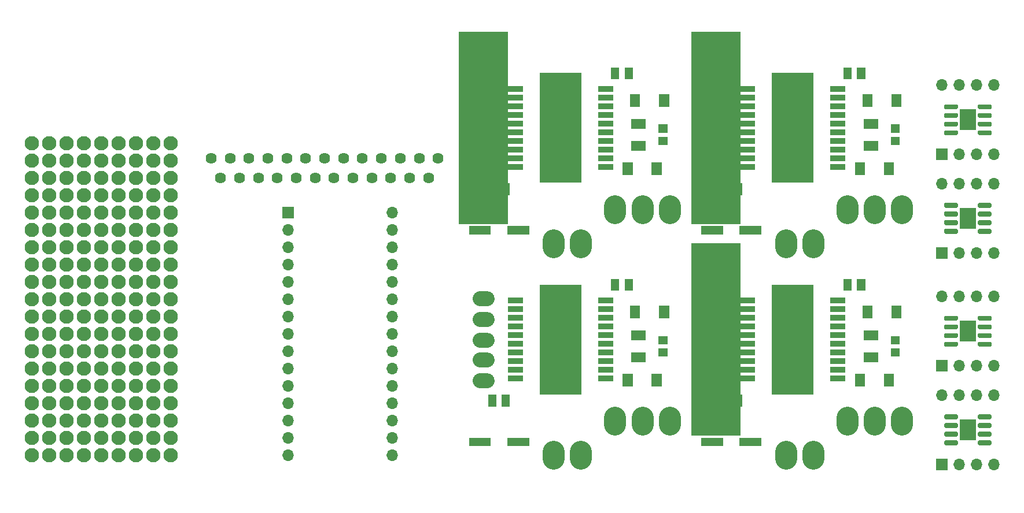
<source format=gts>
%MOIN*%
%OFA0B0*%
%FSLAX46Y46*%
%IPPOS*%
%LPD*%
%ADD26C,0.086740000000000012*%
%ADD27C,0.12611*%
%ADD29R,0.24422000000000002X0.63398401574803143*%
%ADD40C,0.086740000000000012*%
%ADD41C,0.12611*%
%ADD42R,0.24422000000000002X0.63398401574803143*%
%ADD43C,0.086740000000000012*%
%ADD44C,0.12611*%
%ADD45R,0.24422000000000002X0.63398401574803143*%
%ADD46C,0.086740000000000012*%
%ADD47C,0.12611*%
%ADD48R,0.24422000000000002X0.63398401574803143*%
%ADD49C,0.063937007874015753*%
%ADD50O,0.066929133858267723X0.066929133858267723*%
%ADD51R,0.066929133858267723X0.066929133858267723*%
%ADD52R,0.0940944881889764X0.12204724409448819*%
%ADD53O,0.066929133858267723X0.066929133858267723*%
%ADD54R,0.066929133858267723X0.066929133858267723*%
%ADD55R,0.0940944881889764X0.12204724409448819*%
%ADD56O,0.066929133858267723X0.066929133858267723*%
%ADD57R,0.066929133858267723X0.066929133858267723*%
%ADD58R,0.0940944881889764X0.12204724409448819*%
%ADD59O,0.066929133858267723X0.066929133858267723*%
%ADD60R,0.066929133858267723X0.066929133858267723*%
%ADD61R,0.0940944881889764X0.12204724409448819*%
%ADD62O,0.066929133858267723X0.066929133858267723*%
%ADD63R,0.066929133858267723X0.066929133858267723*%
%ADD64C,0.082677165354330714*%
G90*
G54D26*
G01X0002684881Y0001003228D02*
G01X0002724251Y0001003228D01*
G01X0002684881Y0000883228D02*
G01X0002724251Y0000883228D01*
G01X0002684881Y0000763228D02*
G01X0002724251Y0000763228D01*
G01X0002684881Y0000648228D02*
G01X0002724251Y0000648228D01*
G01X0002684881Y0000528228D02*
G01X0002724251Y0000528228D01*
G54D27*
G01X0003108110Y0000117086D02*
G01X0003108110Y0000077716D01*
G01X0003265551Y0000117086D02*
G01X0003265551Y0000077716D01*
G01X0003777362Y0000313937D02*
G01X0003777362Y0000274566D01*
G01X0003619881Y0000313937D02*
G01X0003619881Y0000274566D01*
G01X0003462401Y0000313937D02*
G01X0003462401Y0000274566D01*
G36*
G01X0002844251Y0000975196D02*
G01X0002844251Y0001008228D01*
G01X0002930944Y0001008228D01*
G01X0002930944Y0000975196D01*
G01X0002844251Y0000975196D01*
G37*
G36*
G01X0002844251Y0000925196D02*
G01X0002844251Y0000958228D01*
G01X0002930944Y0000958228D01*
G01X0002930944Y0000925196D01*
G01X0002844251Y0000925196D01*
G37*
G36*
G01X0002844251Y0000875196D02*
G01X0002844251Y0000908228D01*
G01X0002930944Y0000908228D01*
G01X0002930944Y0000875196D01*
G01X0002844251Y0000875196D01*
G37*
G36*
G01X0002844251Y0000825196D02*
G01X0002844251Y0000858228D01*
G01X0002930944Y0000858228D01*
G01X0002930944Y0000825196D01*
G01X0002844251Y0000825196D01*
G37*
G36*
G01X0002844251Y0000775196D02*
G01X0002844251Y0000808228D01*
G01X0002930944Y0000808228D01*
G01X0002930944Y0000775196D01*
G01X0002844251Y0000775196D01*
G37*
G36*
G01X0002844251Y0000725196D02*
G01X0002844251Y0000758228D01*
G01X0002930944Y0000758228D01*
G01X0002930944Y0000725196D01*
G01X0002844251Y0000725196D01*
G37*
G36*
G01X0002844251Y0000675196D02*
G01X0002844251Y0000708228D01*
G01X0002930944Y0000708228D01*
G01X0002930944Y0000675196D01*
G01X0002844251Y0000675196D01*
G37*
G36*
G01X0002844251Y0000625196D02*
G01X0002844251Y0000658228D01*
G01X0002930944Y0000658228D01*
G01X0002930944Y0000625196D01*
G01X0002844251Y0000625196D01*
G37*
G36*
G01X0002844251Y0000575196D02*
G01X0002844251Y0000608228D01*
G01X0002930944Y0000608228D01*
G01X0002930944Y0000575196D01*
G01X0002844251Y0000575196D01*
G37*
G36*
G01X0002844251Y0000525196D02*
G01X0002844251Y0000558228D01*
G01X0002930944Y0000558228D01*
G01X0002930944Y0000525196D01*
G01X0002844251Y0000525196D01*
G37*
G36*
G01X0003363976Y0000525196D02*
G01X0003363976Y0000558228D01*
G01X0003450669Y0000558228D01*
G01X0003450669Y0000525196D01*
G01X0003363976Y0000525196D01*
G37*
G36*
G01X0003363976Y0000575196D02*
G01X0003363976Y0000608228D01*
G01X0003450669Y0000608228D01*
G01X0003450669Y0000575196D01*
G01X0003363976Y0000575196D01*
G37*
G36*
G01X0003363976Y0000625196D02*
G01X0003363976Y0000658228D01*
G01X0003450669Y0000658228D01*
G01X0003450669Y0000625196D01*
G01X0003363976Y0000625196D01*
G37*
G36*
G01X0003363976Y0000675196D02*
G01X0003363976Y0000708228D01*
G01X0003450669Y0000708228D01*
G01X0003450669Y0000675196D01*
G01X0003363976Y0000675196D01*
G37*
G36*
G01X0003363976Y0000725196D02*
G01X0003363976Y0000758228D01*
G01X0003450669Y0000758228D01*
G01X0003450669Y0000725196D01*
G01X0003363976Y0000725196D01*
G37*
G36*
G01X0003363976Y0000775196D02*
G01X0003363976Y0000808228D01*
G01X0003450669Y0000808228D01*
G01X0003450669Y0000775196D01*
G01X0003363976Y0000775196D01*
G37*
G36*
G01X0003363976Y0000825196D02*
G01X0003363976Y0000858228D01*
G01X0003450669Y0000858228D01*
G01X0003450669Y0000825196D01*
G01X0003363976Y0000825196D01*
G37*
G36*
G01X0003363976Y0000875196D02*
G01X0003363976Y0000908228D01*
G01X0003450669Y0000908228D01*
G01X0003450669Y0000875196D01*
G01X0003363976Y0000875196D01*
G37*
G36*
G01X0003363976Y0000925196D02*
G01X0003363976Y0000958228D01*
G01X0003450669Y0000958228D01*
G01X0003450669Y0000925196D01*
G01X0003363976Y0000925196D01*
G37*
G36*
G01X0003363976Y0000975196D02*
G01X0003363976Y0001008228D01*
G01X0003450669Y0001008228D01*
G01X0003450669Y0000975196D01*
G01X0003363976Y0000975196D01*
G37*
G54D29*
G01X0003147480Y0000766692D03*
G36*
G01X0003712362Y0000739094D02*
G01X0003712362Y0000786417D01*
G01X0003763661Y0000786417D01*
G01X0003763661Y0000739094D01*
G01X0003712362Y0000739094D01*
G37*
G36*
G01X0003712362Y0000668228D02*
G01X0003712362Y0000715629D01*
G01X0003763661Y0000715629D01*
G01X0003763661Y0000668228D01*
G01X0003712362Y0000668228D01*
G37*
G36*
G01X0002619842Y0000152519D02*
G01X0002619842Y0000199803D01*
G01X0002745944Y0000199803D01*
G01X0002745944Y0000152519D01*
G01X0002619842Y0000152519D01*
G37*
G36*
G01X0002840354Y0000152519D02*
G01X0002840354Y0000199803D01*
G01X0002966456Y0000199803D01*
G01X0002966456Y0000152519D01*
G01X0002840354Y0000152519D01*
G37*
G36*
G01X0003505866Y0000494015D02*
G01X0003505866Y0000567007D01*
G01X0003563858Y0000567007D01*
G01X0003563858Y0000494015D01*
G01X0003505866Y0000494015D01*
G37*
G36*
G01X0003672874Y0000494015D02*
G01X0003672874Y0000567007D01*
G01X0003730866Y0000567007D01*
G01X0003730866Y0000494015D01*
G01X0003672874Y0000494015D01*
G37*
G36*
G01X0003715275Y0000887716D02*
G01X0003715275Y0000960708D01*
G01X0003773267Y0000960708D01*
G01X0003773267Y0000887716D01*
G01X0003715275Y0000887716D01*
G37*
G36*
G01X0003548267Y0000887716D02*
G01X0003548267Y0000960708D01*
G01X0003606259Y0000960708D01*
G01X0003606259Y0000887716D01*
G01X0003548267Y0000887716D01*
G37*
G36*
G01X0003556062Y0000762125D02*
G01X0003556062Y0000817322D01*
G01X0003638858Y0000817322D01*
G01X0003638858Y0000762125D01*
G01X0003556062Y0000762125D01*
G37*
G36*
G01X0003556062Y0000636102D02*
G01X0003556062Y0000691299D01*
G01X0003638858Y0000691299D01*
G01X0003638858Y0000636102D01*
G01X0003556062Y0000636102D01*
G37*
G36*
G01X0003438779Y0001047125D02*
G01X0003438779Y0001116220D01*
G01X0003486062Y0001116220D01*
G01X0003486062Y0001047125D01*
G01X0003438779Y0001047125D01*
G37*
G36*
G01X0003517480Y0001047125D02*
G01X0003517480Y0001116220D01*
G01X0003564842Y0001116220D01*
G01X0003564842Y0001047125D01*
G01X0003517480Y0001047125D01*
G37*
G36*
G01X0002730078Y0000377913D02*
G01X0002730078Y0000446929D01*
G01X0002777480Y0000446929D01*
G01X0002777480Y0000377913D01*
G01X0002730078Y0000377913D01*
G37*
G36*
G01X0002808858Y0000377913D02*
G01X0002808858Y0000446929D01*
G01X0002856141Y0000446929D01*
G01X0002856141Y0000377913D01*
G01X0002808858Y0000377913D01*
G37*
G04 next file*
G04 Layer: TopSolderMaskLayer*
G04 EasyEDA v6.3.53, 2020-06-26T16:53:54--4:00*
G04 395d111042f2402990e7a52cfaf045f1,10*
G04 Gerber Generator version 0.2*
G04 Scale: 100 percent, Rotated: No, Reflected: No *
G04 Dimensions in millimeters *
G04 leading zeros omitted , absolute positions ,3 integer and 3 decimal *
G90*
G04 skipping 71
D40*
G01X0002684881Y0002223661D02*
G01X0002724251Y0002223661D01*
G01X0002684881Y0002103661D02*
G01X0002724251Y0002103661D01*
G01X0002684881Y0001983661D02*
G01X0002724251Y0001983661D01*
G01X0002684881Y0001868661D02*
G01X0002724251Y0001868661D01*
G01X0002684881Y0001748661D02*
G01X0002724251Y0001748661D01*
D41*
G01X0003108110Y0001337519D02*
G01X0003108110Y0001298149D01*
G01X0003265551Y0001337519D02*
G01X0003265551Y0001298149D01*
G01X0003777362Y0001534370D02*
G01X0003777362Y0001495000D01*
G01X0003619881Y0001534370D02*
G01X0003619881Y0001495000D01*
G01X0003462401Y0001534370D02*
G01X0003462401Y0001495000D01*
G36*
G01X0002844251Y0002195629D02*
G01X0002844251Y0002228661D01*
G01X0002930944Y0002228661D01*
G01X0002930944Y0002195629D01*
G01X0002844251Y0002195629D01*
G37*
G36*
G01X0002844251Y0002145629D02*
G01X0002844251Y0002178661D01*
G01X0002930944Y0002178661D01*
G01X0002930944Y0002145629D01*
G01X0002844251Y0002145629D01*
G37*
G36*
G01X0002844251Y0002095629D02*
G01X0002844251Y0002128661D01*
G01X0002930944Y0002128661D01*
G01X0002930944Y0002095629D01*
G01X0002844251Y0002095629D01*
G37*
G36*
G01X0002844251Y0002045629D02*
G01X0002844251Y0002078661D01*
G01X0002930944Y0002078661D01*
G01X0002930944Y0002045629D01*
G01X0002844251Y0002045629D01*
G37*
G36*
G01X0002844251Y0001995629D02*
G01X0002844251Y0002028661D01*
G01X0002930944Y0002028661D01*
G01X0002930944Y0001995629D01*
G01X0002844251Y0001995629D01*
G37*
G36*
G01X0002844251Y0001945629D02*
G01X0002844251Y0001978661D01*
G01X0002930944Y0001978661D01*
G01X0002930944Y0001945629D01*
G01X0002844251Y0001945629D01*
G37*
G36*
G01X0002844251Y0001895629D02*
G01X0002844251Y0001928661D01*
G01X0002930944Y0001928661D01*
G01X0002930944Y0001895629D01*
G01X0002844251Y0001895629D01*
G37*
G36*
G01X0002844251Y0001845629D02*
G01X0002844251Y0001878661D01*
G01X0002930944Y0001878661D01*
G01X0002930944Y0001845629D01*
G01X0002844251Y0001845629D01*
G37*
G36*
G01X0002844251Y0001795629D02*
G01X0002844251Y0001828661D01*
G01X0002930944Y0001828661D01*
G01X0002930944Y0001795629D01*
G01X0002844251Y0001795629D01*
G37*
G36*
G01X0002844251Y0001745629D02*
G01X0002844251Y0001778661D01*
G01X0002930944Y0001778661D01*
G01X0002930944Y0001745629D01*
G01X0002844251Y0001745629D01*
G37*
G36*
G01X0003363976Y0001745629D02*
G01X0003363976Y0001778661D01*
G01X0003450669Y0001778661D01*
G01X0003450669Y0001745629D01*
G01X0003363976Y0001745629D01*
G37*
G36*
G01X0003363976Y0001795629D02*
G01X0003363976Y0001828661D01*
G01X0003450669Y0001828661D01*
G01X0003450669Y0001795629D01*
G01X0003363976Y0001795629D01*
G37*
G36*
G01X0003363976Y0001845629D02*
G01X0003363976Y0001878661D01*
G01X0003450669Y0001878661D01*
G01X0003450669Y0001845629D01*
G01X0003363976Y0001845629D01*
G37*
G36*
G01X0003363976Y0001895629D02*
G01X0003363976Y0001928661D01*
G01X0003450669Y0001928661D01*
G01X0003450669Y0001895629D01*
G01X0003363976Y0001895629D01*
G37*
G36*
G01X0003363976Y0001945629D02*
G01X0003363976Y0001978661D01*
G01X0003450669Y0001978661D01*
G01X0003450669Y0001945629D01*
G01X0003363976Y0001945629D01*
G37*
G36*
G01X0003363976Y0001995629D02*
G01X0003363976Y0002028661D01*
G01X0003450669Y0002028661D01*
G01X0003450669Y0001995629D01*
G01X0003363976Y0001995629D01*
G37*
G36*
G01X0003363976Y0002045629D02*
G01X0003363976Y0002078661D01*
G01X0003450669Y0002078661D01*
G01X0003450669Y0002045629D01*
G01X0003363976Y0002045629D01*
G37*
G36*
G01X0003363976Y0002095629D02*
G01X0003363976Y0002128661D01*
G01X0003450669Y0002128661D01*
G01X0003450669Y0002095629D01*
G01X0003363976Y0002095629D01*
G37*
G36*
G01X0003363976Y0002145629D02*
G01X0003363976Y0002178661D01*
G01X0003450669Y0002178661D01*
G01X0003450669Y0002145629D01*
G01X0003363976Y0002145629D01*
G37*
G36*
G01X0003363976Y0002195629D02*
G01X0003363976Y0002228661D01*
G01X0003450669Y0002228661D01*
G01X0003450669Y0002195629D01*
G01X0003363976Y0002195629D01*
G37*
D42*
G01X0003147480Y0001987125D03*
G36*
G01X0003712362Y0001959527D02*
G01X0003712362Y0002006850D01*
G01X0003763661Y0002006850D01*
G01X0003763661Y0001959527D01*
G01X0003712362Y0001959527D01*
G37*
G36*
G01X0003712362Y0001888661D02*
G01X0003712362Y0001936062D01*
G01X0003763661Y0001936062D01*
G01X0003763661Y0001888661D01*
G01X0003712362Y0001888661D01*
G37*
G36*
G01X0002619842Y0001372952D02*
G01X0002619842Y0001420236D01*
G01X0002745944Y0001420236D01*
G01X0002745944Y0001372952D01*
G01X0002619842Y0001372952D01*
G37*
G36*
G01X0002840354Y0001372952D02*
G01X0002840354Y0001420236D01*
G01X0002966456Y0001420236D01*
G01X0002966456Y0001372952D01*
G01X0002840354Y0001372952D01*
G37*
G36*
G01X0003505866Y0001714448D02*
G01X0003505866Y0001787440D01*
G01X0003563858Y0001787440D01*
G01X0003563858Y0001714448D01*
G01X0003505866Y0001714448D01*
G37*
G36*
G01X0003672874Y0001714448D02*
G01X0003672874Y0001787440D01*
G01X0003730866Y0001787440D01*
G01X0003730866Y0001714448D01*
G01X0003672874Y0001714448D01*
G37*
G36*
G01X0003715275Y0002108149D02*
G01X0003715275Y0002181141D01*
G01X0003773267Y0002181141D01*
G01X0003773267Y0002108149D01*
G01X0003715275Y0002108149D01*
G37*
G36*
G01X0003548267Y0002108149D02*
G01X0003548267Y0002181141D01*
G01X0003606259Y0002181141D01*
G01X0003606259Y0002108149D01*
G01X0003548267Y0002108149D01*
G37*
G36*
G01X0003556062Y0001982559D02*
G01X0003556062Y0002037755D01*
G01X0003638858Y0002037755D01*
G01X0003638858Y0001982559D01*
G01X0003556062Y0001982559D01*
G37*
G36*
G01X0003556062Y0001856535D02*
G01X0003556062Y0001911732D01*
G01X0003638858Y0001911732D01*
G01X0003638858Y0001856535D01*
G01X0003556062Y0001856535D01*
G37*
G36*
G01X0003438779Y0002267559D02*
G01X0003438779Y0002336653D01*
G01X0003486062Y0002336653D01*
G01X0003486062Y0002267559D01*
G01X0003438779Y0002267559D01*
G37*
G36*
G01X0003517480Y0002267559D02*
G01X0003517480Y0002336653D01*
G01X0003564842Y0002336653D01*
G01X0003564842Y0002267559D01*
G01X0003517480Y0002267559D01*
G37*
G36*
G01X0002730078Y0001598346D02*
G01X0002730078Y0001667362D01*
G01X0002777480Y0001667362D01*
G01X0002777480Y0001598346D01*
G01X0002730078Y0001598346D01*
G37*
G36*
G01X0002808858Y0001598346D02*
G01X0002808858Y0001667362D01*
G01X0002856141Y0001667362D01*
G01X0002856141Y0001598346D01*
G01X0002808858Y0001598346D01*
G37*
G04 next file*
G04 Layer: TopSolderMaskLayer*
G04 EasyEDA v6.3.53, 2020-06-26T16:53:54--4:00*
G04 395d111042f2402990e7a52cfaf045f1,10*
G04 Gerber Generator version 0.2*
G04 Scale: 100 percent, Rotated: No, Reflected: No *
G04 Dimensions in millimeters *
G04 leading zeros omitted , absolute positions ,3 integer and 3 decimal *
G90*
G04 skipping 71
D43*
G01X0004023464Y0001003228D02*
G01X0004062834Y0001003228D01*
G01X0004023464Y0000883228D02*
G01X0004062834Y0000883228D01*
G01X0004023464Y0000763228D02*
G01X0004062834Y0000763228D01*
G01X0004023464Y0000648228D02*
G01X0004062834Y0000648228D01*
G01X0004023464Y0000528228D02*
G01X0004062834Y0000528228D01*
D44*
G01X0004446692Y0000117086D02*
G01X0004446692Y0000077716D01*
G01X0004604133Y0000117086D02*
G01X0004604133Y0000077716D01*
G01X0005115944Y0000313937D02*
G01X0005115944Y0000274566D01*
G01X0004958464Y0000313937D02*
G01X0004958464Y0000274566D01*
G01X0004800984Y0000313937D02*
G01X0004800984Y0000274566D01*
G36*
G01X0004182834Y0000975196D02*
G01X0004182834Y0001008228D01*
G01X0004269527Y0001008228D01*
G01X0004269527Y0000975196D01*
G01X0004182834Y0000975196D01*
G37*
G36*
G01X0004182834Y0000925196D02*
G01X0004182834Y0000958228D01*
G01X0004269527Y0000958228D01*
G01X0004269527Y0000925196D01*
G01X0004182834Y0000925196D01*
G37*
G36*
G01X0004182834Y0000875196D02*
G01X0004182834Y0000908228D01*
G01X0004269527Y0000908228D01*
G01X0004269527Y0000875196D01*
G01X0004182834Y0000875196D01*
G37*
G36*
G01X0004182834Y0000825196D02*
G01X0004182834Y0000858228D01*
G01X0004269527Y0000858228D01*
G01X0004269527Y0000825196D01*
G01X0004182834Y0000825196D01*
G37*
G36*
G01X0004182834Y0000775196D02*
G01X0004182834Y0000808228D01*
G01X0004269527Y0000808228D01*
G01X0004269527Y0000775196D01*
G01X0004182834Y0000775196D01*
G37*
G36*
G01X0004182834Y0000725196D02*
G01X0004182834Y0000758228D01*
G01X0004269527Y0000758228D01*
G01X0004269527Y0000725196D01*
G01X0004182834Y0000725196D01*
G37*
G36*
G01X0004182834Y0000675196D02*
G01X0004182834Y0000708228D01*
G01X0004269527Y0000708228D01*
G01X0004269527Y0000675196D01*
G01X0004182834Y0000675196D01*
G37*
G36*
G01X0004182834Y0000625196D02*
G01X0004182834Y0000658228D01*
G01X0004269527Y0000658228D01*
G01X0004269527Y0000625196D01*
G01X0004182834Y0000625196D01*
G37*
G36*
G01X0004182834Y0000575196D02*
G01X0004182834Y0000608228D01*
G01X0004269527Y0000608228D01*
G01X0004269527Y0000575196D01*
G01X0004182834Y0000575196D01*
G37*
G36*
G01X0004182834Y0000525196D02*
G01X0004182834Y0000558228D01*
G01X0004269527Y0000558228D01*
G01X0004269527Y0000525196D01*
G01X0004182834Y0000525196D01*
G37*
G36*
G01X0004702559Y0000525196D02*
G01X0004702559Y0000558228D01*
G01X0004789251Y0000558228D01*
G01X0004789251Y0000525196D01*
G01X0004702559Y0000525196D01*
G37*
G36*
G01X0004702559Y0000575196D02*
G01X0004702559Y0000608228D01*
G01X0004789251Y0000608228D01*
G01X0004789251Y0000575196D01*
G01X0004702559Y0000575196D01*
G37*
G36*
G01X0004702559Y0000625196D02*
G01X0004702559Y0000658228D01*
G01X0004789251Y0000658228D01*
G01X0004789251Y0000625196D01*
G01X0004702559Y0000625196D01*
G37*
G36*
G01X0004702559Y0000675196D02*
G01X0004702559Y0000708228D01*
G01X0004789251Y0000708228D01*
G01X0004789251Y0000675196D01*
G01X0004702559Y0000675196D01*
G37*
G36*
G01X0004702559Y0000725196D02*
G01X0004702559Y0000758228D01*
G01X0004789251Y0000758228D01*
G01X0004789251Y0000725196D01*
G01X0004702559Y0000725196D01*
G37*
G36*
G01X0004702559Y0000775196D02*
G01X0004702559Y0000808228D01*
G01X0004789251Y0000808228D01*
G01X0004789251Y0000775196D01*
G01X0004702559Y0000775196D01*
G37*
G36*
G01X0004702559Y0000825196D02*
G01X0004702559Y0000858228D01*
G01X0004789251Y0000858228D01*
G01X0004789251Y0000825196D01*
G01X0004702559Y0000825196D01*
G37*
G36*
G01X0004702559Y0000875196D02*
G01X0004702559Y0000908228D01*
G01X0004789251Y0000908228D01*
G01X0004789251Y0000875196D01*
G01X0004702559Y0000875196D01*
G37*
G36*
G01X0004702559Y0000925196D02*
G01X0004702559Y0000958228D01*
G01X0004789251Y0000958228D01*
G01X0004789251Y0000925196D01*
G01X0004702559Y0000925196D01*
G37*
G36*
G01X0004702559Y0000975196D02*
G01X0004702559Y0001008228D01*
G01X0004789251Y0001008228D01*
G01X0004789251Y0000975196D01*
G01X0004702559Y0000975196D01*
G37*
D45*
G01X0004486062Y0000766692D03*
G36*
G01X0005050944Y0000739094D02*
G01X0005050944Y0000786417D01*
G01X0005102244Y0000786417D01*
G01X0005102244Y0000739094D01*
G01X0005050944Y0000739094D01*
G37*
G36*
G01X0005050944Y0000668228D02*
G01X0005050944Y0000715629D01*
G01X0005102244Y0000715629D01*
G01X0005102244Y0000668228D01*
G01X0005050944Y0000668228D01*
G37*
G36*
G01X0003958425Y0000152519D02*
G01X0003958425Y0000199803D01*
G01X0004084527Y0000199803D01*
G01X0004084527Y0000152519D01*
G01X0003958425Y0000152519D01*
G37*
G36*
G01X0004178937Y0000152519D02*
G01X0004178937Y0000199803D01*
G01X0004305039Y0000199803D01*
G01X0004305039Y0000152519D01*
G01X0004178937Y0000152519D01*
G37*
G36*
G01X0004844448Y0000494015D02*
G01X0004844448Y0000567007D01*
G01X0004902440Y0000567007D01*
G01X0004902440Y0000494015D01*
G01X0004844448Y0000494015D01*
G37*
G36*
G01X0005011456Y0000494015D02*
G01X0005011456Y0000567007D01*
G01X0005069448Y0000567007D01*
G01X0005069448Y0000494015D01*
G01X0005011456Y0000494015D01*
G37*
G36*
G01X0005053858Y0000887716D02*
G01X0005053858Y0000960708D01*
G01X0005111850Y0000960708D01*
G01X0005111850Y0000887716D01*
G01X0005053858Y0000887716D01*
G37*
G36*
G01X0004886850Y0000887716D02*
G01X0004886850Y0000960708D01*
G01X0004944842Y0000960708D01*
G01X0004944842Y0000887716D01*
G01X0004886850Y0000887716D01*
G37*
G36*
G01X0004894645Y0000762125D02*
G01X0004894645Y0000817322D01*
G01X0004977440Y0000817322D01*
G01X0004977440Y0000762125D01*
G01X0004894645Y0000762125D01*
G37*
G36*
G01X0004894645Y0000636102D02*
G01X0004894645Y0000691299D01*
G01X0004977440Y0000691299D01*
G01X0004977440Y0000636102D01*
G01X0004894645Y0000636102D01*
G37*
G36*
G01X0004777362Y0001047125D02*
G01X0004777362Y0001116220D01*
G01X0004824645Y0001116220D01*
G01X0004824645Y0001047125D01*
G01X0004777362Y0001047125D01*
G37*
G36*
G01X0004856062Y0001047125D02*
G01X0004856062Y0001116220D01*
G01X0004903425Y0001116220D01*
G01X0004903425Y0001047125D01*
G01X0004856062Y0001047125D01*
G37*
G36*
G01X0004068661Y0000377913D02*
G01X0004068661Y0000446929D01*
G01X0004116062Y0000446929D01*
G01X0004116062Y0000377913D01*
G01X0004068661Y0000377913D01*
G37*
G36*
G01X0004147440Y0000377913D02*
G01X0004147440Y0000446929D01*
G01X0004194724Y0000446929D01*
G01X0004194724Y0000377913D01*
G01X0004147440Y0000377913D01*
G37*
G04 next file*
G04 Layer: TopSolderMaskLayer*
G04 EasyEDA v6.3.53, 2020-06-26T16:53:54--4:00*
G04 395d111042f2402990e7a52cfaf045f1,10*
G04 Gerber Generator version 0.2*
G04 Scale: 100 percent, Rotated: No, Reflected: No *
G04 Dimensions in millimeters *
G04 leading zeros omitted , absolute positions ,3 integer and 3 decimal *
G90*
G04 skipping 71
D46*
G01X0004023464Y0002223661D02*
G01X0004062834Y0002223661D01*
G01X0004023464Y0002103661D02*
G01X0004062834Y0002103661D01*
G01X0004023464Y0001983661D02*
G01X0004062834Y0001983661D01*
G01X0004023464Y0001868661D02*
G01X0004062834Y0001868661D01*
G01X0004023464Y0001748661D02*
G01X0004062834Y0001748661D01*
D47*
G01X0004446692Y0001337519D02*
G01X0004446692Y0001298149D01*
G01X0004604133Y0001337519D02*
G01X0004604133Y0001298149D01*
G01X0005115944Y0001534370D02*
G01X0005115944Y0001495000D01*
G01X0004958464Y0001534370D02*
G01X0004958464Y0001495000D01*
G01X0004800984Y0001534370D02*
G01X0004800984Y0001495000D01*
G36*
G01X0004182834Y0002195629D02*
G01X0004182834Y0002228661D01*
G01X0004269527Y0002228661D01*
G01X0004269527Y0002195629D01*
G01X0004182834Y0002195629D01*
G37*
G36*
G01X0004182834Y0002145629D02*
G01X0004182834Y0002178661D01*
G01X0004269527Y0002178661D01*
G01X0004269527Y0002145629D01*
G01X0004182834Y0002145629D01*
G37*
G36*
G01X0004182834Y0002095629D02*
G01X0004182834Y0002128661D01*
G01X0004269527Y0002128661D01*
G01X0004269527Y0002095629D01*
G01X0004182834Y0002095629D01*
G37*
G36*
G01X0004182834Y0002045629D02*
G01X0004182834Y0002078661D01*
G01X0004269527Y0002078661D01*
G01X0004269527Y0002045629D01*
G01X0004182834Y0002045629D01*
G37*
G36*
G01X0004182834Y0001995629D02*
G01X0004182834Y0002028661D01*
G01X0004269527Y0002028661D01*
G01X0004269527Y0001995629D01*
G01X0004182834Y0001995629D01*
G37*
G36*
G01X0004182834Y0001945629D02*
G01X0004182834Y0001978661D01*
G01X0004269527Y0001978661D01*
G01X0004269527Y0001945629D01*
G01X0004182834Y0001945629D01*
G37*
G36*
G01X0004182834Y0001895629D02*
G01X0004182834Y0001928661D01*
G01X0004269527Y0001928661D01*
G01X0004269527Y0001895629D01*
G01X0004182834Y0001895629D01*
G37*
G36*
G01X0004182834Y0001845629D02*
G01X0004182834Y0001878661D01*
G01X0004269527Y0001878661D01*
G01X0004269527Y0001845629D01*
G01X0004182834Y0001845629D01*
G37*
G36*
G01X0004182834Y0001795629D02*
G01X0004182834Y0001828661D01*
G01X0004269527Y0001828661D01*
G01X0004269527Y0001795629D01*
G01X0004182834Y0001795629D01*
G37*
G36*
G01X0004182834Y0001745629D02*
G01X0004182834Y0001778661D01*
G01X0004269527Y0001778661D01*
G01X0004269527Y0001745629D01*
G01X0004182834Y0001745629D01*
G37*
G36*
G01X0004702559Y0001745629D02*
G01X0004702559Y0001778661D01*
G01X0004789251Y0001778661D01*
G01X0004789251Y0001745629D01*
G01X0004702559Y0001745629D01*
G37*
G36*
G01X0004702559Y0001795629D02*
G01X0004702559Y0001828661D01*
G01X0004789251Y0001828661D01*
G01X0004789251Y0001795629D01*
G01X0004702559Y0001795629D01*
G37*
G36*
G01X0004702559Y0001845629D02*
G01X0004702559Y0001878661D01*
G01X0004789251Y0001878661D01*
G01X0004789251Y0001845629D01*
G01X0004702559Y0001845629D01*
G37*
G36*
G01X0004702559Y0001895629D02*
G01X0004702559Y0001928661D01*
G01X0004789251Y0001928661D01*
G01X0004789251Y0001895629D01*
G01X0004702559Y0001895629D01*
G37*
G36*
G01X0004702559Y0001945629D02*
G01X0004702559Y0001978661D01*
G01X0004789251Y0001978661D01*
G01X0004789251Y0001945629D01*
G01X0004702559Y0001945629D01*
G37*
G36*
G01X0004702559Y0001995629D02*
G01X0004702559Y0002028661D01*
G01X0004789251Y0002028661D01*
G01X0004789251Y0001995629D01*
G01X0004702559Y0001995629D01*
G37*
G36*
G01X0004702559Y0002045629D02*
G01X0004702559Y0002078661D01*
G01X0004789251Y0002078661D01*
G01X0004789251Y0002045629D01*
G01X0004702559Y0002045629D01*
G37*
G36*
G01X0004702559Y0002095629D02*
G01X0004702559Y0002128661D01*
G01X0004789251Y0002128661D01*
G01X0004789251Y0002095629D01*
G01X0004702559Y0002095629D01*
G37*
G36*
G01X0004702559Y0002145629D02*
G01X0004702559Y0002178661D01*
G01X0004789251Y0002178661D01*
G01X0004789251Y0002145629D01*
G01X0004702559Y0002145629D01*
G37*
G36*
G01X0004702559Y0002195629D02*
G01X0004702559Y0002228661D01*
G01X0004789251Y0002228661D01*
G01X0004789251Y0002195629D01*
G01X0004702559Y0002195629D01*
G37*
D48*
G01X0004486062Y0001987125D03*
G36*
G01X0005050944Y0001959527D02*
G01X0005050944Y0002006850D01*
G01X0005102244Y0002006850D01*
G01X0005102244Y0001959527D01*
G01X0005050944Y0001959527D01*
G37*
G36*
G01X0005050944Y0001888661D02*
G01X0005050944Y0001936062D01*
G01X0005102244Y0001936062D01*
G01X0005102244Y0001888661D01*
G01X0005050944Y0001888661D01*
G37*
G36*
G01X0003958425Y0001372952D02*
G01X0003958425Y0001420236D01*
G01X0004084527Y0001420236D01*
G01X0004084527Y0001372952D01*
G01X0003958425Y0001372952D01*
G37*
G36*
G01X0004178937Y0001372952D02*
G01X0004178937Y0001420236D01*
G01X0004305039Y0001420236D01*
G01X0004305039Y0001372952D01*
G01X0004178937Y0001372952D01*
G37*
G36*
G01X0004844448Y0001714448D02*
G01X0004844448Y0001787440D01*
G01X0004902440Y0001787440D01*
G01X0004902440Y0001714448D01*
G01X0004844448Y0001714448D01*
G37*
G36*
G01X0005011456Y0001714448D02*
G01X0005011456Y0001787440D01*
G01X0005069448Y0001787440D01*
G01X0005069448Y0001714448D01*
G01X0005011456Y0001714448D01*
G37*
G36*
G01X0005053858Y0002108149D02*
G01X0005053858Y0002181141D01*
G01X0005111850Y0002181141D01*
G01X0005111850Y0002108149D01*
G01X0005053858Y0002108149D01*
G37*
G36*
G01X0004886850Y0002108149D02*
G01X0004886850Y0002181141D01*
G01X0004944842Y0002181141D01*
G01X0004944842Y0002108149D01*
G01X0004886850Y0002108149D01*
G37*
G36*
G01X0004894645Y0001982559D02*
G01X0004894645Y0002037755D01*
G01X0004977440Y0002037755D01*
G01X0004977440Y0001982559D01*
G01X0004894645Y0001982559D01*
G37*
G36*
G01X0004894645Y0001856535D02*
G01X0004894645Y0001911732D01*
G01X0004977440Y0001911732D01*
G01X0004977440Y0001856535D01*
G01X0004894645Y0001856535D01*
G37*
G36*
G01X0004777362Y0002267559D02*
G01X0004777362Y0002336653D01*
G01X0004824645Y0002336653D01*
G01X0004824645Y0002267559D01*
G01X0004777362Y0002267559D01*
G37*
G36*
G01X0004856062Y0002267559D02*
G01X0004856062Y0002336653D01*
G01X0004903425Y0002336653D01*
G01X0004903425Y0002267559D01*
G01X0004856062Y0002267559D01*
G37*
G36*
G01X0004068661Y0001598346D02*
G01X0004068661Y0001667362D01*
G01X0004116062Y0001667362D01*
G01X0004116062Y0001598346D01*
G01X0004068661Y0001598346D01*
G37*
G36*
G01X0004147440Y0001598346D02*
G01X0004147440Y0001667362D01*
G01X0004194724Y0001667362D01*
G01X0004194724Y0001598346D01*
G01X0004147440Y0001598346D01*
G37*
G04 next file*
G04 Gerber Fmt 4.6, Leading zero omitted, Abs format (unit mm)*
G04 Created by KiCad (PCBNEW (5.1.6)-1) date 2020-09-18 20:45:58*
G01*
G04 APERTURE LIST*
G04 APERTURE END LIST*
D49*
X-0003771259Y0004750000D02*
X0001134240Y0001812000D03*
X0001243240Y0001812000D03*
X0001352240Y0001812000D03*
X0001461240Y0001812000D03*
X0001570240Y0001812000D03*
X0001679240Y0001812000D03*
X0001788240Y0001812000D03*
X0001897240Y0001812000D03*
X0002006240Y0001812000D03*
X0002115240Y0001812000D03*
X0002224240Y0001812000D03*
X0002333240Y0001812000D03*
X0002442240Y0001812000D03*
X0001188740Y0001700000D03*
X0001297740Y0001700000D03*
X0001406740Y0001700000D03*
X0001515740Y0001700000D03*
X0001624740Y0001700000D03*
X0001733740Y0001700000D03*
X0001842740Y0001700000D03*
X0001951740Y0001700000D03*
X0002060740Y0001700000D03*
X0002169740Y0001700000D03*
X0002278740Y0001700000D03*
X0002387740Y0001700000D03*
D50*
X0002178740Y0000100000D03*
X0001578740Y0000100000D03*
X0002178740Y0001500000D03*
X0001578740Y0000200000D03*
X0002178740Y0001400000D03*
X0001578740Y0000300000D03*
X0002178740Y0001300000D03*
X0001578740Y0000400000D03*
X0002178740Y0001200000D03*
X0001578740Y0000500000D03*
X0002178740Y0001100000D03*
X0001578740Y0000600000D03*
X0002178740Y0001000000D03*
X0001578740Y0000700000D03*
X0002178740Y0000900000D03*
X0001578740Y0000800000D03*
X0002178740Y0000800000D03*
X0001578740Y0000900000D03*
X0002178740Y0000700000D03*
X0001578740Y0001000000D03*
X0002178740Y0000600000D03*
X0001578740Y0001100000D03*
X0002178740Y0000500000D03*
X0001578740Y0001200000D03*
X0002178740Y0000400000D03*
X0001578740Y0001300000D03*
X0002178740Y0000300000D03*
X0001578740Y0001400000D03*
X0002178740Y0000200000D03*
D51*
X0001578740Y0001500000D03*
G04 next file*
G04 Gerber Fmt 4.6, Leading zero omitted, Abs format (unit mm)*
G04 Created by KiCad (PCBNEW (5.1.6)-1) date 2020-09-18 13:03:01*
G01*
G04 APERTURE LIST*
G04 APERTURE END LIST*
D52*
X0002969645Y0001995000D02*
X0005494645Y0000245000D03*
G36*
G01*
X0005551732Y0000313110D02*
X0005551732Y0000326889D01*
G75*
G02*
X0005558622Y0000333779I0000006889D01*
G01*
X0005625551Y0000333779D01*
G75*
G02*
X0005632440Y0000326889J-0000006889D01*
G01*
X0005632440Y0000313110D01*
G75*
G02*
X0005625551Y0000306220I-0000006889D01*
G01*
X0005558622Y0000306220D01*
G75*
G02*
X0005551732Y0000313110J0000006889D01*
G01*
G37*
G36*
G01*
X0005551732Y0000263110D02*
X0005551732Y0000276889D01*
G75*
G02*
X0005558622Y0000283779I0000006889D01*
G01*
X0005625551Y0000283779D01*
G75*
G02*
X0005632440Y0000276889J-0000006889D01*
G01*
X0005632440Y0000263110D01*
G75*
G02*
X0005625551Y0000256220I-0000006889D01*
G01*
X0005558622Y0000256220D01*
G75*
G02*
X0005551732Y0000263110J0000006889D01*
G01*
G37*
G36*
G01*
X0005551732Y0000213110D02*
X0005551732Y0000226889D01*
G75*
G02*
X0005558622Y0000233779I0000006889D01*
G01*
X0005625551Y0000233779D01*
G75*
G02*
X0005632440Y0000226889J-0000006889D01*
G01*
X0005632440Y0000213110D01*
G75*
G02*
X0005625551Y0000206220I-0000006889D01*
G01*
X0005558622Y0000206220D01*
G75*
G02*
X0005551732Y0000213110J0000006889D01*
G01*
G37*
G36*
G01*
X0005551732Y0000163110D02*
X0005551732Y0000176889D01*
G75*
G02*
X0005558622Y0000183779I0000006889D01*
G01*
X0005625551Y0000183779D01*
G75*
G02*
X0005632440Y0000176889J-0000006889D01*
G01*
X0005632440Y0000163110D01*
G75*
G02*
X0005625551Y0000156220I-0000006889D01*
G01*
X0005558622Y0000156220D01*
G75*
G02*
X0005551732Y0000163110J0000006889D01*
G01*
G37*
G36*
G01*
X0005356850Y0000163110D02*
X0005356850Y0000176889D01*
G75*
G02*
X0005363740Y0000183779I0000006889D01*
G01*
X0005430669Y0000183779D01*
G75*
G02*
X0005437559Y0000176889J-0000006889D01*
G01*
X0005437559Y0000163110D01*
G75*
G02*
X0005430669Y0000156220I-0000006889D01*
G01*
X0005363740Y0000156220D01*
G75*
G02*
X0005356850Y0000163110J0000006889D01*
G01*
G37*
G36*
G01*
X0005356850Y0000213110D02*
X0005356850Y0000226889D01*
G75*
G02*
X0005363740Y0000233779I0000006889D01*
G01*
X0005430669Y0000233779D01*
G75*
G02*
X0005437559Y0000226889J-0000006889D01*
G01*
X0005437559Y0000213110D01*
G75*
G02*
X0005430669Y0000206220I-0000006889D01*
G01*
X0005363740Y0000206220D01*
G75*
G02*
X0005356850Y0000213110J0000006889D01*
G01*
G37*
G36*
G01*
X0005356850Y0000263110D02*
X0005356850Y0000276889D01*
G75*
G02*
X0005363740Y0000283779I0000006889D01*
G01*
X0005430669Y0000283779D01*
G75*
G02*
X0005437559Y0000276889J-0000006889D01*
G01*
X0005437559Y0000263110D01*
G75*
G02*
X0005430669Y0000256220I-0000006889D01*
G01*
X0005363740Y0000256220D01*
G75*
G02*
X0005356850Y0000263110J0000006889D01*
G01*
G37*
G36*
G01*
X0005356850Y0000313110D02*
X0005356850Y0000326889D01*
G75*
G02*
X0005363740Y0000333779I0000006889D01*
G01*
X0005430669Y0000333779D01*
G75*
G02*
X0005437559Y0000326889J-0000006889D01*
G01*
X0005437559Y0000313110D01*
G75*
G02*
X0005430669Y0000306220I-0000006889D01*
G01*
X0005363740Y0000306220D01*
G75*
G02*
X0005356850Y0000313110J0000006889D01*
G01*
G37*
D53*
X0005344645Y0000445000D03*
X0005644645Y0000045000D03*
X0005444645Y0000445000D03*
X0005544645Y0000045000D03*
X0005544645Y0000445000D03*
X0005444645Y0000045000D03*
X0005644645Y0000445000D03*
D54*
X0005344645Y0000045000D03*
G04 next file*
G04 Gerber Fmt 4.6, Leading zero omitted, Abs format (unit mm)*
G04 Created by KiCad (PCBNEW (5.1.6)-1) date 2020-09-18 13:03:01*
G01*
G04 APERTURE LIST*
G04 APERTURE END LIST*
D55*
X0002969645Y0002563740D02*
X0005494645Y0000813740D03*
G36*
G01*
X0005551732Y0000881850D02*
X0005551732Y0000895630D01*
G75*
G02*
X0005558622Y0000902519I0000006889D01*
G01*
X0005625551Y0000902519D01*
G75*
G02*
X0005632440Y0000895630J-0000006889D01*
G01*
X0005632440Y0000881850D01*
G75*
G02*
X0005625551Y0000874960I-0000006889D01*
G01*
X0005558622Y0000874960D01*
G75*
G02*
X0005551732Y0000881850J0000006889D01*
G01*
G37*
G36*
G01*
X0005551732Y0000831850D02*
X0005551732Y0000845630D01*
G75*
G02*
X0005558622Y0000852519I0000006889D01*
G01*
X0005625551Y0000852519D01*
G75*
G02*
X0005632440Y0000845630J-0000006889D01*
G01*
X0005632440Y0000831850D01*
G75*
G02*
X0005625551Y0000824960I-0000006889D01*
G01*
X0005558622Y0000824960D01*
G75*
G02*
X0005551732Y0000831850J0000006889D01*
G01*
G37*
G36*
G01*
X0005551732Y0000781850D02*
X0005551732Y0000795630D01*
G75*
G02*
X0005558622Y0000802519I0000006889D01*
G01*
X0005625551Y0000802519D01*
G75*
G02*
X0005632440Y0000795630J-0000006889D01*
G01*
X0005632440Y0000781850D01*
G75*
G02*
X0005625551Y0000774960I-0000006889D01*
G01*
X0005558622Y0000774960D01*
G75*
G02*
X0005551732Y0000781850J0000006889D01*
G01*
G37*
G36*
G01*
X0005551732Y0000731850D02*
X0005551732Y0000745630D01*
G75*
G02*
X0005558622Y0000752519I0000006889D01*
G01*
X0005625551Y0000752519D01*
G75*
G02*
X0005632440Y0000745630J-0000006889D01*
G01*
X0005632440Y0000731850D01*
G75*
G02*
X0005625551Y0000724960I-0000006889D01*
G01*
X0005558622Y0000724960D01*
G75*
G02*
X0005551732Y0000731850J0000006889D01*
G01*
G37*
G36*
G01*
X0005356850Y0000731850D02*
X0005356850Y0000745630D01*
G75*
G02*
X0005363740Y0000752519I0000006889D01*
G01*
X0005430669Y0000752519D01*
G75*
G02*
X0005437559Y0000745630J-0000006889D01*
G01*
X0005437559Y0000731850D01*
G75*
G02*
X0005430669Y0000724960I-0000006889D01*
G01*
X0005363740Y0000724960D01*
G75*
G02*
X0005356850Y0000731850J0000006889D01*
G01*
G37*
G36*
G01*
X0005356850Y0000781850D02*
X0005356850Y0000795630D01*
G75*
G02*
X0005363740Y0000802519I0000006889D01*
G01*
X0005430669Y0000802519D01*
G75*
G02*
X0005437559Y0000795630J-0000006889D01*
G01*
X0005437559Y0000781850D01*
G75*
G02*
X0005430669Y0000774960I-0000006889D01*
G01*
X0005363740Y0000774960D01*
G75*
G02*
X0005356850Y0000781850J0000006889D01*
G01*
G37*
G36*
G01*
X0005356850Y0000831850D02*
X0005356850Y0000845630D01*
G75*
G02*
X0005363740Y0000852519I0000006889D01*
G01*
X0005430669Y0000852519D01*
G75*
G02*
X0005437559Y0000845630J-0000006889D01*
G01*
X0005437559Y0000831850D01*
G75*
G02*
X0005430669Y0000824960I-0000006889D01*
G01*
X0005363740Y0000824960D01*
G75*
G02*
X0005356850Y0000831850J0000006889D01*
G01*
G37*
G36*
G01*
X0005356850Y0000881850D02*
X0005356850Y0000895630D01*
G75*
G02*
X0005363740Y0000902519I0000006889D01*
G01*
X0005430669Y0000902519D01*
G75*
G02*
X0005437559Y0000895630J-0000006889D01*
G01*
X0005437559Y0000881850D01*
G75*
G02*
X0005430669Y0000874960I-0000006889D01*
G01*
X0005363740Y0000874960D01*
G75*
G02*
X0005356850Y0000881850J0000006889D01*
G01*
G37*
D56*
X0005344645Y0001013740D03*
X0005644645Y0000613740D03*
X0005444645Y0001013740D03*
X0005544645Y0000613740D03*
X0005544645Y0001013740D03*
X0005444645Y0000613740D03*
X0005644645Y0001013740D03*
D57*
X0005344645Y0000613740D03*
G04 next file*
G04 Gerber Fmt 4.6, Leading zero omitted, Abs format (unit mm)*
G04 Created by KiCad (PCBNEW (5.1.6)-1) date 2020-09-18 13:03:01*
G01*
G04 APERTURE LIST*
G04 APERTURE END LIST*
D58*
X0002969645Y0003215432D02*
X0005494645Y0001465432D03*
G36*
G01*
X0005551732Y0001533543D02*
X0005551732Y0001547322D01*
G75*
G02*
X0005558622Y0001554212I0000006889D01*
G01*
X0005625551Y0001554212D01*
G75*
G02*
X0005632440Y0001547322J-0000006889D01*
G01*
X0005632440Y0001533543D01*
G75*
G02*
X0005625551Y0001526653I-0000006889D01*
G01*
X0005558622Y0001526653D01*
G75*
G02*
X0005551732Y0001533543J0000006889D01*
G01*
G37*
G36*
G01*
X0005551732Y0001483543D02*
X0005551732Y0001497322D01*
G75*
G02*
X0005558622Y0001504212I0000006889D01*
G01*
X0005625551Y0001504212D01*
G75*
G02*
X0005632440Y0001497322J-0000006889D01*
G01*
X0005632440Y0001483543D01*
G75*
G02*
X0005625551Y0001476653I-0000006889D01*
G01*
X0005558622Y0001476653D01*
G75*
G02*
X0005551732Y0001483543J0000006889D01*
G01*
G37*
G36*
G01*
X0005551732Y0001433543D02*
X0005551732Y0001447322D01*
G75*
G02*
X0005558622Y0001454212I0000006889D01*
G01*
X0005625551Y0001454212D01*
G75*
G02*
X0005632440Y0001447322J-0000006889D01*
G01*
X0005632440Y0001433543D01*
G75*
G02*
X0005625551Y0001426653I-0000006889D01*
G01*
X0005558622Y0001426653D01*
G75*
G02*
X0005551732Y0001433543J0000006889D01*
G01*
G37*
G36*
G01*
X0005551732Y0001383543D02*
X0005551732Y0001397322D01*
G75*
G02*
X0005558622Y0001404212I0000006889D01*
G01*
X0005625551Y0001404212D01*
G75*
G02*
X0005632440Y0001397322J-0000006889D01*
G01*
X0005632440Y0001383543D01*
G75*
G02*
X0005625551Y0001376653I-0000006889D01*
G01*
X0005558622Y0001376653D01*
G75*
G02*
X0005551732Y0001383543J0000006889D01*
G01*
G37*
G36*
G01*
X0005356850Y0001383543D02*
X0005356850Y0001397322D01*
G75*
G02*
X0005363740Y0001404212I0000006889D01*
G01*
X0005430669Y0001404212D01*
G75*
G02*
X0005437559Y0001397322J-0000006889D01*
G01*
X0005437559Y0001383543D01*
G75*
G02*
X0005430669Y0001376653I-0000006889D01*
G01*
X0005363740Y0001376653D01*
G75*
G02*
X0005356850Y0001383543J0000006889D01*
G01*
G37*
G36*
G01*
X0005356850Y0001433543D02*
X0005356850Y0001447322D01*
G75*
G02*
X0005363740Y0001454212I0000006889D01*
G01*
X0005430669Y0001454212D01*
G75*
G02*
X0005437559Y0001447322J-0000006889D01*
G01*
X0005437559Y0001433543D01*
G75*
G02*
X0005430669Y0001426653I-0000006889D01*
G01*
X0005363740Y0001426653D01*
G75*
G02*
X0005356850Y0001433543J0000006889D01*
G01*
G37*
G36*
G01*
X0005356850Y0001483543D02*
X0005356850Y0001497322D01*
G75*
G02*
X0005363740Y0001504212I0000006889D01*
G01*
X0005430669Y0001504212D01*
G75*
G02*
X0005437559Y0001497322J-0000006889D01*
G01*
X0005437559Y0001483543D01*
G75*
G02*
X0005430669Y0001476653I-0000006889D01*
G01*
X0005363740Y0001476653D01*
G75*
G02*
X0005356850Y0001483543J0000006889D01*
G01*
G37*
G36*
G01*
X0005356850Y0001533543D02*
X0005356850Y0001547322D01*
G75*
G02*
X0005363740Y0001554212I0000006889D01*
G01*
X0005430669Y0001554212D01*
G75*
G02*
X0005437559Y0001547322J-0000006889D01*
G01*
X0005437559Y0001533543D01*
G75*
G02*
X0005430669Y0001526653I-0000006889D01*
G01*
X0005363740Y0001526653D01*
G75*
G02*
X0005356850Y0001533543J0000006889D01*
G01*
G37*
D59*
X0005344645Y0001665432D03*
X0005644645Y0001265432D03*
X0005444645Y0001665432D03*
X0005544645Y0001265432D03*
X0005544645Y0001665432D03*
X0005444645Y0001265432D03*
X0005644645Y0001665432D03*
D60*
X0005344645Y0001265432D03*
G04 next file*
G04 Gerber Fmt 4.6, Leading zero omitted, Abs format (unit mm)*
G04 Created by KiCad (PCBNEW (5.1.6)-1) date 2020-09-18 13:03:01*
G01*
G04 APERTURE LIST*
G04 APERTURE END LIST*
D61*
X0002969645Y0003784173D02*
X0005494645Y0002034173D03*
G36*
G01*
X0005551732Y0002102283D02*
X0005551732Y0002116062D01*
G75*
G02*
X0005558622Y0002122952I0000006889D01*
G01*
X0005625551Y0002122952D01*
G75*
G02*
X0005632440Y0002116062J-0000006889D01*
G01*
X0005632440Y0002102283D01*
G75*
G02*
X0005625551Y0002095393I-0000006889D01*
G01*
X0005558622Y0002095393D01*
G75*
G02*
X0005551732Y0002102283J0000006889D01*
G01*
G37*
G36*
G01*
X0005551732Y0002052283D02*
X0005551732Y0002066062D01*
G75*
G02*
X0005558622Y0002072952I0000006889D01*
G01*
X0005625551Y0002072952D01*
G75*
G02*
X0005632440Y0002066062J-0000006889D01*
G01*
X0005632440Y0002052283D01*
G75*
G02*
X0005625551Y0002045393I-0000006889D01*
G01*
X0005558622Y0002045393D01*
G75*
G02*
X0005551732Y0002052283J0000006889D01*
G01*
G37*
G36*
G01*
X0005551732Y0002002283D02*
X0005551732Y0002016062D01*
G75*
G02*
X0005558622Y0002022952I0000006889D01*
G01*
X0005625551Y0002022952D01*
G75*
G02*
X0005632440Y0002016062J-0000006889D01*
G01*
X0005632440Y0002002283D01*
G75*
G02*
X0005625551Y0001995393I-0000006889D01*
G01*
X0005558622Y0001995393D01*
G75*
G02*
X0005551732Y0002002283J0000006889D01*
G01*
G37*
G36*
G01*
X0005551732Y0001952283D02*
X0005551732Y0001966062D01*
G75*
G02*
X0005558622Y0001972952I0000006889D01*
G01*
X0005625551Y0001972952D01*
G75*
G02*
X0005632440Y0001966062J-0000006889D01*
G01*
X0005632440Y0001952283D01*
G75*
G02*
X0005625551Y0001945393I-0000006889D01*
G01*
X0005558622Y0001945393D01*
G75*
G02*
X0005551732Y0001952283J0000006889D01*
G01*
G37*
G36*
G01*
X0005356850Y0001952283D02*
X0005356850Y0001966062D01*
G75*
G02*
X0005363740Y0001972952I0000006889D01*
G01*
X0005430669Y0001972952D01*
G75*
G02*
X0005437559Y0001966062J-0000006889D01*
G01*
X0005437559Y0001952283D01*
G75*
G02*
X0005430669Y0001945393I-0000006889D01*
G01*
X0005363740Y0001945393D01*
G75*
G02*
X0005356850Y0001952283J0000006889D01*
G01*
G37*
G36*
G01*
X0005356850Y0002002283D02*
X0005356850Y0002016062D01*
G75*
G02*
X0005363740Y0002022952I0000006889D01*
G01*
X0005430669Y0002022952D01*
G75*
G02*
X0005437559Y0002016062J-0000006889D01*
G01*
X0005437559Y0002002283D01*
G75*
G02*
X0005430669Y0001995393I-0000006889D01*
G01*
X0005363740Y0001995393D01*
G75*
G02*
X0005356850Y0002002283J0000006889D01*
G01*
G37*
G36*
G01*
X0005356850Y0002052283D02*
X0005356850Y0002066062D01*
G75*
G02*
X0005363740Y0002072952I0000006889D01*
G01*
X0005430669Y0002072952D01*
G75*
G02*
X0005437559Y0002066062J-0000006889D01*
G01*
X0005437559Y0002052283D01*
G75*
G02*
X0005430669Y0002045393I-0000006889D01*
G01*
X0005363740Y0002045393D01*
G75*
G02*
X0005356850Y0002052283J0000006889D01*
G01*
G37*
G36*
G01*
X0005356850Y0002102283D02*
X0005356850Y0002116062D01*
G75*
G02*
X0005363740Y0002122952I0000006889D01*
G01*
X0005430669Y0002122952D01*
G75*
G02*
X0005437559Y0002116062J-0000006889D01*
G01*
X0005437559Y0002102283D01*
G75*
G02*
X0005430669Y0002095393I-0000006889D01*
G01*
X0005363740Y0002095393D01*
G75*
G02*
X0005356850Y0002102283J0000006889D01*
G01*
G37*
D62*
X0005344645Y0002234173D03*
X0005644645Y0001834173D03*
X0005444645Y0002234173D03*
X0005544645Y0001834173D03*
X0005544645Y0002234173D03*
X0005444645Y0001834173D03*
X0005644645Y0002234173D03*
D63*
X0005344645Y0001834173D03*
G04 next file*
G04 Gerber Fmt 4.6, Leading zero omitted, Abs format (unit mm)*
G04 Created by KiCad (PCBNEW (5.1.6)-1) date 2020-09-18 16:39:39*
G01*
G04 APERTURE LIST*
G04 APERTURE END LIST*
D64*
X-0002600000Y0003500000D02*
X0000899999Y0000100000D03*
X0000799999Y0000100000D03*
X0000699999Y0000100000D03*
X0000599999Y0000100000D03*
X0000499999Y0000100000D03*
X0000399999Y0000100000D03*
X0000299999Y0000100000D03*
X0000199999Y0000100000D03*
X0000099999Y0000100000D03*
X0000899999Y0000200000D03*
X0000799999Y0000200000D03*
X0000699999Y0000200000D03*
X0000599999Y0000200000D03*
X0000499999Y0000200000D03*
X0000399999Y0000200000D03*
X0000299999Y0000200000D03*
X0000199999Y0000200000D03*
X0000099999Y0000200000D03*
X0000899999Y0000300000D03*
X0000799999Y0000300000D03*
X0000699999Y0000300000D03*
X0000599999Y0000300000D03*
X0000499999Y0000300000D03*
X0000399999Y0000300000D03*
X0000299999Y0000300000D03*
X0000199999Y0000300000D03*
X0000099999Y0000300000D03*
X0000899999Y0000400000D03*
X0000799999Y0000400000D03*
X0000699999Y0000400000D03*
X0000599999Y0000400000D03*
X0000499999Y0000400000D03*
X0000399999Y0000400000D03*
X0000299999Y0000400000D03*
X0000199999Y0000400000D03*
X0000099999Y0000400000D03*
X0000899999Y0000500000D03*
X0000799999Y0000500000D03*
X0000699999Y0000500000D03*
X0000599999Y0000500000D03*
X0000499999Y0000500000D03*
X0000399999Y0000500000D03*
X0000299999Y0000500000D03*
X0000199999Y0000500000D03*
X0000099999Y0000500000D03*
X0000899999Y0000600000D03*
X0000799999Y0000600000D03*
X0000699999Y0000600000D03*
X0000599999Y0000600000D03*
X0000499999Y0000600000D03*
X0000399999Y0000600000D03*
X0000299999Y0000600000D03*
X0000199999Y0000600000D03*
X0000099999Y0000600000D03*
X0000899999Y0000700000D03*
X0000799999Y0000700000D03*
X0000699999Y0000700000D03*
X0000599999Y0000700000D03*
X0000499999Y0000700000D03*
X0000399999Y0000700000D03*
X0000299999Y0000700000D03*
X0000199999Y0000700000D03*
X0000099999Y0000700000D03*
X0000899999Y0000800000D03*
X0000799999Y0000800000D03*
X0000699999Y0000800000D03*
X0000599999Y0000800000D03*
X0000499999Y0000800000D03*
X0000399999Y0000800000D03*
X0000299999Y0000800000D03*
X0000199999Y0000800000D03*
X0000099999Y0000800000D03*
X0000899999Y0000900000D03*
X0000799999Y0000900000D03*
X0000699999Y0000900000D03*
X0000599999Y0000900000D03*
X0000499999Y0000900000D03*
X0000399999Y0000900000D03*
X0000299999Y0000900000D03*
X0000199999Y0000900000D03*
X0000099999Y0000900000D03*
X0000899999Y0001000000D03*
X0000799999Y0001000000D03*
X0000699999Y0001000000D03*
X0000599999Y0001000000D03*
X0000499999Y0001000000D03*
X0000399999Y0001000000D03*
X0000299999Y0001000000D03*
X0000199999Y0001000000D03*
X0000099999Y0001000000D03*
X0000899999Y0001100000D03*
X0000799999Y0001100000D03*
X0000699999Y0001100000D03*
X0000599999Y0001100000D03*
X0000499999Y0001100000D03*
X0000399999Y0001100000D03*
X0000299999Y0001100000D03*
X0000199999Y0001100000D03*
X0000099999Y0001100000D03*
X0000899999Y0001200000D03*
X0000799999Y0001200000D03*
X0000699999Y0001200000D03*
X0000599999Y0001200000D03*
X0000499999Y0001200000D03*
X0000399999Y0001200000D03*
X0000299999Y0001200000D03*
X0000199999Y0001200000D03*
X0000099999Y0001200000D03*
X0000899999Y0001300000D03*
X0000799999Y0001300000D03*
X0000699999Y0001300000D03*
X0000599999Y0001300000D03*
X0000499999Y0001300000D03*
X0000399999Y0001300000D03*
X0000299999Y0001300000D03*
X0000199999Y0001300000D03*
X0000099999Y0001300000D03*
X0000899999Y0001400000D03*
X0000799999Y0001400000D03*
X0000699999Y0001400000D03*
X0000599999Y0001400000D03*
X0000499999Y0001400000D03*
X0000399999Y0001400000D03*
X0000299999Y0001400000D03*
X0000199999Y0001400000D03*
X0000099999Y0001400000D03*
X0000899999Y0001500000D03*
X0000799999Y0001500000D03*
X0000699999Y0001500000D03*
X0000599999Y0001500000D03*
X0000499999Y0001500000D03*
X0000399999Y0001500000D03*
X0000299999Y0001500000D03*
X0000199999Y0001500000D03*
X0000099999Y0001500000D03*
X0000899999Y0001600000D03*
X0000799999Y0001600000D03*
X0000699999Y0001600000D03*
X0000599999Y0001600000D03*
X0000499999Y0001600000D03*
X0000399999Y0001600000D03*
X0000299999Y0001600000D03*
X0000199999Y0001600000D03*
X0000099999Y0001600000D03*
X0000899999Y0001700000D03*
X0000799999Y0001700000D03*
X0000699999Y0001700000D03*
X0000599999Y0001700000D03*
X0000499999Y0001700000D03*
X0000399999Y0001700000D03*
X0000299999Y0001700000D03*
X0000199999Y0001700000D03*
X0000099999Y0001700000D03*
X0000899999Y0001800000D03*
X0000799999Y0001800000D03*
X0000699999Y0001800000D03*
X0000599999Y0001800000D03*
X0000499999Y0001800000D03*
X0000399999Y0001800000D03*
X0000299999Y0001800000D03*
X0000199999Y0001800000D03*
X0000099999Y0001800000D03*
X0000899999Y0001900000D03*
X0000799999Y0001900000D03*
X0000699999Y0001900000D03*
X0000599999Y0001900000D03*
X0000499999Y0001900000D03*
X0000399999Y0001900000D03*
X0000299999Y0001900000D03*
X0000199999Y0001900000D03*
X0000099999Y0001900000D03*
M02*
</source>
